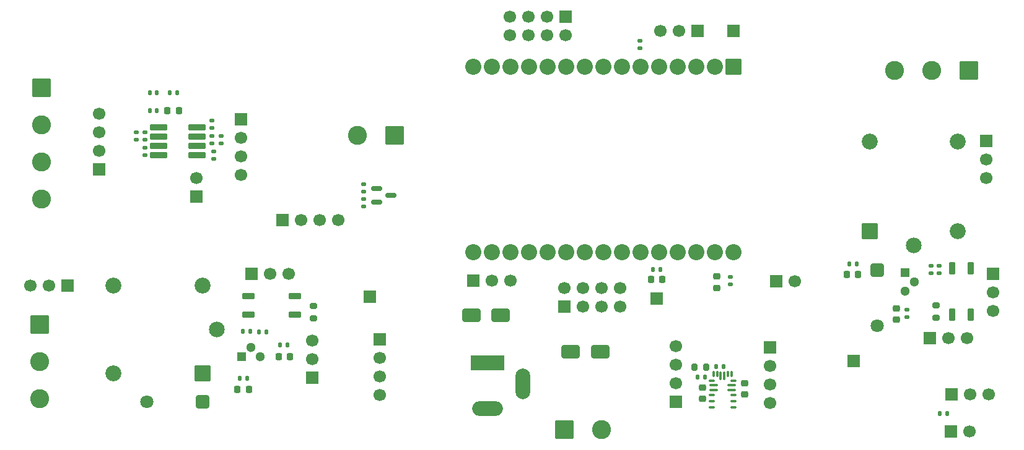
<source format=gbr>
%TF.GenerationSoftware,KiCad,Pcbnew,9.0.7-9.0.7~ubuntu24.04.1*%
%TF.CreationDate,2026-02-19T19:33:50-05:00*%
%TF.ProjectId,plantPartner_PCB1.0,706c616e-7450-4617-9274-6e65725f5043,rev?*%
%TF.SameCoordinates,Original*%
%TF.FileFunction,Soldermask,Top*%
%TF.FilePolarity,Negative*%
%FSLAX46Y46*%
G04 Gerber Fmt 4.6, Leading zero omitted, Abs format (unit mm)*
G04 Created by KiCad (PCBNEW 9.0.7-9.0.7~ubuntu24.04.1) date 2026-02-19 19:33:50*
%MOMM*%
%LPD*%
G01*
G04 APERTURE LIST*
G04 Aperture macros list*
%AMRoundRect*
0 Rectangle with rounded corners*
0 $1 Rounding radius*
0 $2 $3 $4 $5 $6 $7 $8 $9 X,Y pos of 4 corners*
0 Add a 4 corners polygon primitive as box body*
4,1,4,$2,$3,$4,$5,$6,$7,$8,$9,$2,$3,0*
0 Add four circle primitives for the rounded corners*
1,1,$1+$1,$2,$3*
1,1,$1+$1,$4,$5*
1,1,$1+$1,$6,$7*
1,1,$1+$1,$8,$9*
0 Add four rect primitives between the rounded corners*
20,1,$1+$1,$2,$3,$4,$5,0*
20,1,$1+$1,$4,$5,$6,$7,0*
20,1,$1+$1,$6,$7,$8,$9,0*
20,1,$1+$1,$8,$9,$2,$3,0*%
G04 Aperture macros list end*
%ADD10RoundRect,0.225000X0.250000X-0.225000X0.250000X0.225000X-0.250000X0.225000X-0.250000X-0.225000X0*%
%ADD11RoundRect,0.135000X0.185000X-0.135000X0.185000X0.135000X-0.185000X0.135000X-0.185000X-0.135000X0*%
%ADD12R,1.700000X1.700000*%
%ADD13C,1.700000*%
%ADD14RoundRect,0.218750X-0.256250X0.218750X-0.256250X-0.218750X0.256250X-0.218750X0.256250X0.218750X0*%
%ADD15RoundRect,0.218750X-0.218750X-0.256250X0.218750X-0.256250X0.218750X0.256250X-0.218750X0.256250X0*%
%ADD16RoundRect,0.200000X-0.275000X0.200000X-0.275000X-0.200000X0.275000X-0.200000X0.275000X0.200000X0*%
%ADD17RoundRect,0.135000X-0.135000X-0.185000X0.135000X-0.185000X0.135000X0.185000X-0.135000X0.185000X0*%
%ADD18RoundRect,0.250000X-1.050000X1.050000X-1.050000X-1.050000X1.050000X-1.050000X1.050000X1.050000X0*%
%ADD19C,2.600000*%
%ADD20RoundRect,0.250000X-1.000000X-0.650000X1.000000X-0.650000X1.000000X0.650000X-1.000000X0.650000X0*%
%ADD21RoundRect,0.250000X0.650000X0.650000X-0.650000X0.650000X-0.650000X-0.650000X0.650000X-0.650000X0*%
%ADD22C,1.800000*%
%ADD23RoundRect,0.102000X1.104900X-0.304800X1.104900X0.304800X-1.104900X0.304800X-1.104900X-0.304800X0*%
%ADD24RoundRect,0.135000X0.135000X0.185000X-0.135000X0.185000X-0.135000X-0.185000X0.135000X-0.185000X0*%
%ADD25RoundRect,0.102000X0.990000X-0.990000X0.990000X0.990000X-0.990000X0.990000X-0.990000X-0.990000X0*%
%ADD26C,2.184000*%
%ADD27C,2.139000*%
%ADD28RoundRect,0.135000X-0.185000X0.135000X-0.185000X-0.135000X0.185000X-0.135000X0.185000X0.135000X0*%
%ADD29RoundRect,0.218750X0.218750X0.256250X-0.218750X0.256250X-0.218750X-0.256250X0.218750X-0.256250X0*%
%ADD30RoundRect,0.150000X-0.587500X-0.150000X0.587500X-0.150000X0.587500X0.150000X-0.587500X0.150000X0*%
%ADD31RoundRect,0.102000X0.300000X-0.750000X0.300000X0.750000X-0.300000X0.750000X-0.300000X-0.750000X0*%
%ADD32RoundRect,0.200000X0.200000X0.275000X-0.200000X0.275000X-0.200000X-0.275000X0.200000X-0.275000X0*%
%ADD33RoundRect,0.140000X0.140000X0.170000X-0.140000X0.170000X-0.140000X-0.170000X0.140000X-0.170000X0*%
%ADD34RoundRect,0.050800X-0.350000X-0.125000X0.350000X-0.125000X0.350000X0.125000X-0.350000X0.125000X0*%
%ADD35RoundRect,0.050800X-0.550000X-0.125000X0.550000X-0.125000X0.550000X0.125000X-0.550000X0.125000X0*%
%ADD36RoundRect,0.050800X0.125000X-0.350000X0.125000X0.350000X-0.125000X0.350000X-0.125000X-0.350000X0*%
%ADD37RoundRect,0.050800X0.125000X-0.550000X0.125000X0.550000X-0.125000X0.550000X-0.125000X-0.550000X0*%
%ADD38RoundRect,0.250000X-1.050000X-1.050000X1.050000X-1.050000X1.050000X1.050000X-1.050000X1.050000X0*%
%ADD39RoundRect,0.102000X-1.000000X1.000000X-1.000000X-1.000000X1.000000X-1.000000X1.000000X1.000000X0*%
%ADD40C,2.204000*%
%ADD41RoundRect,0.250000X-0.650000X0.650000X-0.650000X-0.650000X0.650000X-0.650000X0.650000X0.650000X0*%
%ADD42RoundRect,0.102000X0.990000X0.990000X-0.990000X0.990000X-0.990000X-0.990000X0.990000X-0.990000X0*%
%ADD43R,1.300000X1.300000*%
%ADD44C,1.300000*%
%ADD45RoundRect,0.250000X1.050000X1.050000X-1.050000X1.050000X-1.050000X-1.050000X1.050000X-1.050000X0*%
%ADD46R,4.600000X2.000000*%
%ADD47O,4.200000X2.000000*%
%ADD48O,2.000000X4.200000*%
%ADD49RoundRect,0.102000X0.750000X0.300000X-0.750000X0.300000X-0.750000X-0.300000X0.750000X-0.300000X0*%
%ADD50RoundRect,0.225000X-0.250000X0.225000X-0.250000X-0.225000X0.250000X-0.225000X0.250000X0.225000X0*%
G04 APERTURE END LIST*
D10*
%TO.C,C1*%
X186550000Y-108750000D03*
X186550000Y-107200000D03*
%TD*%
D11*
%TO.C,R19*%
X213150000Y-92150000D03*
X213150000Y-91130000D03*
%TD*%
D12*
%TO.C,J20*%
X161955000Y-96750000D03*
D13*
X161955000Y-94210000D03*
X164495000Y-96750000D03*
X164495000Y-94210000D03*
X167035000Y-96750000D03*
X167035000Y-94210000D03*
X169575000Y-96750000D03*
X169575000Y-94210000D03*
%TD*%
D14*
%TO.C,D11*%
X182800000Y-92585000D03*
X182800000Y-94160000D03*
%TD*%
D15*
%TO.C,D3*%
X117225000Y-108050000D03*
X118800000Y-108050000D03*
%TD*%
D16*
%TO.C,R13*%
X127650000Y-96680000D03*
X127650000Y-98330000D03*
%TD*%
D17*
%TO.C,R22*%
X174030000Y-91650000D03*
X175050000Y-91650000D03*
%TD*%
D12*
%TO.C,J1*%
X177160000Y-109760000D03*
D13*
X177160000Y-107220000D03*
X177160000Y-104680000D03*
X177160000Y-102140000D03*
%TD*%
D14*
%TO.C,D5*%
X207310000Y-96947500D03*
X207310000Y-98522500D03*
%TD*%
D11*
%TO.C,R5*%
X115000000Y-74360000D03*
X115000000Y-73340000D03*
%TD*%
D18*
%TO.C,J4*%
X90510000Y-66750000D03*
D19*
X90510000Y-71830000D03*
X90510000Y-76910000D03*
X90510000Y-81990000D03*
%TD*%
D11*
%TO.C,R6*%
X113800000Y-74365000D03*
X113800000Y-73345000D03*
%TD*%
D12*
%TO.C,J16*%
X190060000Y-102280000D03*
D13*
X190060000Y-104820000D03*
X190060000Y-107360000D03*
X190060000Y-109900000D03*
%TD*%
D20*
%TO.C,D8*%
X149250000Y-97922500D03*
X153250000Y-97922500D03*
%TD*%
D12*
%TO.C,J11*%
X111615000Y-81675000D03*
D13*
X111615000Y-79135000D03*
%TD*%
D11*
%TO.C,R11*%
X104598800Y-73870000D03*
X104598800Y-72850000D03*
%TD*%
D20*
%TO.C,D9*%
X162815000Y-102872500D03*
X166815000Y-102872500D03*
%TD*%
D12*
%TO.C,J8*%
X162105000Y-57050000D03*
D13*
X162105000Y-59590000D03*
X159565000Y-57050000D03*
X159565000Y-59590000D03*
X157025000Y-57050000D03*
X157025000Y-59590000D03*
X154485000Y-57050000D03*
X154485000Y-59590000D03*
%TD*%
D12*
%TO.C,J27*%
X135365000Y-95350000D03*
%TD*%
%TO.C,J22*%
X136686250Y-101180000D03*
D13*
X136686250Y-103720000D03*
X136686250Y-106260000D03*
X136686250Y-108800000D03*
%TD*%
D21*
%TO.C,D4*%
X112475000Y-109750000D03*
D22*
X104855000Y-109750000D03*
%TD*%
D12*
%TO.C,J29*%
X190920000Y-93250000D03*
D13*
X193460000Y-93250000D03*
%TD*%
D23*
%TO.C,U2*%
X111715000Y-75970000D03*
X111715000Y-74700000D03*
X111715000Y-73430000D03*
X111715000Y-72160000D03*
X106482600Y-72160000D03*
X106482600Y-73430000D03*
X106482600Y-74700000D03*
X106482600Y-75970000D03*
%TD*%
D12*
%TO.C,J3*%
X98315000Y-77920000D03*
D13*
X98315000Y-75380000D03*
X98315000Y-72840000D03*
X98315000Y-70300000D03*
%TD*%
D15*
%TO.C,D1*%
X107682500Y-69900000D03*
X109257500Y-69900000D03*
%TD*%
D12*
%TO.C,J26*%
X201510000Y-104160000D03*
%TD*%
D24*
%TO.C,R24*%
X214270000Y-111350000D03*
X213250000Y-111350000D03*
%TD*%
D17*
%TO.C,R15*%
X117950000Y-100150000D03*
X118970000Y-100150000D03*
%TD*%
D25*
%TO.C,K2*%
X203710000Y-86360000D03*
D26*
X215710000Y-86360000D03*
D27*
X209710000Y-88360000D03*
D26*
X203710000Y-74160000D03*
X215710000Y-74160000D03*
%TD*%
D28*
%TO.C,R7*%
X113750000Y-71210000D03*
X113750000Y-72230000D03*
%TD*%
D12*
%TO.C,J2*%
X117750000Y-71070000D03*
D13*
X117750000Y-73610000D03*
X117750000Y-76150000D03*
X117750000Y-78690000D03*
%TD*%
D11*
%TO.C,R23*%
X172250000Y-61370000D03*
X172250000Y-60350000D03*
%TD*%
D29*
%TO.C,D2*%
X124450000Y-103580000D03*
X122875000Y-103580000D03*
%TD*%
D12*
%TO.C,J5*%
X214785000Y-113850000D03*
D13*
X217325000Y-113850000D03*
%TD*%
D30*
%TO.C,Q4*%
X136312500Y-80550000D03*
X136312500Y-82450000D03*
X138187500Y-81500000D03*
%TD*%
D29*
%TO.C,D6*%
X202100000Y-92300000D03*
X200525000Y-92300000D03*
%TD*%
D28*
%TO.C,R9*%
X104648800Y-74955000D03*
X104648800Y-75975000D03*
%TD*%
D12*
%TO.C,J24*%
X180100000Y-58950000D03*
D13*
X177560000Y-58950000D03*
X175020000Y-58950000D03*
%TD*%
D31*
%TO.C,U4*%
X214910000Y-97809999D03*
X217450000Y-97809999D03*
X217450000Y-91459999D03*
X214910000Y-91459999D03*
%TD*%
D12*
%TO.C,J9*%
X220550000Y-92260000D03*
D13*
X220550000Y-94800000D03*
X220550000Y-97340000D03*
%TD*%
D11*
%TO.C,R10*%
X103400000Y-73870000D03*
X103400000Y-72850000D03*
%TD*%
D32*
%TO.C,R3*%
X181350000Y-105000000D03*
X179700000Y-105000000D03*
%TD*%
D12*
%TO.C,J25*%
X149525000Y-93150000D03*
D13*
X152065000Y-93150000D03*
X154605000Y-93150000D03*
%TD*%
D16*
%TO.C,R18*%
X212710000Y-96580000D03*
X212710000Y-98230000D03*
%TD*%
D12*
%TO.C,J14*%
X127500000Y-106440000D03*
D13*
X127500000Y-103900000D03*
X127500000Y-101360000D03*
%TD*%
D12*
%TO.C,J12*%
X211910000Y-101060000D03*
D13*
X214450000Y-101060000D03*
X216990000Y-101060000D03*
%TD*%
D12*
%TO.C,J17*%
X214820000Y-108750000D03*
D13*
X217360000Y-108750000D03*
X219900000Y-108750000D03*
%TD*%
D12*
%TO.C,J21*%
X123420000Y-84900000D03*
D13*
X125960000Y-84900000D03*
X128500000Y-84900000D03*
X131040000Y-84900000D03*
%TD*%
D18*
%TO.C,J6*%
X90192500Y-99165000D03*
D19*
X90192500Y-104245000D03*
X90192500Y-109325000D03*
%TD*%
D33*
%TO.C,C4*%
X106260000Y-67400000D03*
X105300000Y-67400000D03*
%TD*%
D12*
%TO.C,J7*%
X119165000Y-92250000D03*
D13*
X121705000Y-92250000D03*
X124245000Y-92250000D03*
%TD*%
D28*
%TO.C,R4*%
X114000000Y-75490000D03*
X114000000Y-76510000D03*
%TD*%
D34*
%TO.C,IC1*%
X182110000Y-106870000D03*
D35*
X182310000Y-107520000D03*
X182310000Y-108170000D03*
D34*
X182110000Y-108820000D03*
X182110000Y-109670000D03*
X182110000Y-110520000D03*
X185010000Y-110520000D03*
X185010000Y-109670000D03*
X185010000Y-108820000D03*
D35*
X184810000Y-108170000D03*
X184810000Y-107520000D03*
D34*
X185010000Y-106870000D03*
D36*
X184810000Y-105970000D03*
X184310000Y-105970000D03*
D37*
X183810000Y-106170000D03*
X183310000Y-106170000D03*
D36*
X182810000Y-105970000D03*
X182310000Y-105970000D03*
%TD*%
D38*
%TO.C,J18*%
X161965000Y-113600000D03*
D19*
X167045000Y-113600000D03*
%TD*%
D12*
%TO.C,J28*%
X185010000Y-59000000D03*
%TD*%
D24*
%TO.C,R1*%
X183710000Y-104900000D03*
X182690000Y-104900000D03*
%TD*%
D39*
%TO.C,U3*%
X185080000Y-63850000D03*
D40*
X182540000Y-63850000D03*
X180000000Y-63850000D03*
X177460000Y-63850000D03*
X174920000Y-63850000D03*
X172380000Y-63850000D03*
X169840000Y-63850000D03*
X167300000Y-63850000D03*
X164760000Y-63850000D03*
X162220000Y-63850000D03*
X159680000Y-63850000D03*
X157140000Y-63850000D03*
X154600000Y-63850000D03*
X152060000Y-63850000D03*
X149520000Y-63850000D03*
X149520000Y-89250000D03*
X152060000Y-89250000D03*
X154600000Y-89250000D03*
X157140000Y-89250000D03*
X159680000Y-89250000D03*
X162220000Y-89250000D03*
X164760000Y-89250000D03*
X167300000Y-89250000D03*
X169840000Y-89250000D03*
X172380000Y-89250000D03*
X174920000Y-89250000D03*
X177460000Y-89250000D03*
X180000000Y-89250000D03*
X182540000Y-89250000D03*
X185080000Y-89250000D03*
%TD*%
D17*
%TO.C,R16*%
X117530000Y-106550000D03*
X118550000Y-106550000D03*
%TD*%
D41*
%TO.C,D7*%
X204710000Y-91734999D03*
D22*
X204710000Y-99354999D03*
%TD*%
D28*
%TO.C,R17*%
X208750000Y-97130000D03*
X208750000Y-98150000D03*
%TD*%
D42*
%TO.C,K1*%
X112465000Y-105850000D03*
D26*
X112465000Y-93850000D03*
D27*
X114465000Y-99850000D03*
D26*
X100265000Y-105850000D03*
X100265000Y-93850000D03*
%TD*%
D12*
%TO.C,J15*%
X94065000Y-93850000D03*
D13*
X91525000Y-93850000D03*
X88985000Y-93850000D03*
%TD*%
D29*
%TO.C,D10*%
X175325000Y-93000000D03*
X173750000Y-93000000D03*
%TD*%
D12*
%TO.C,J13*%
X219610000Y-74060000D03*
D13*
X219610000Y-76600000D03*
X219610000Y-79140000D03*
%TD*%
D28*
%TO.C,R27*%
X134500000Y-81990000D03*
X134500000Y-83010000D03*
%TD*%
D43*
%TO.C,Q1*%
X117825000Y-103550000D03*
D44*
X119095000Y-102280000D03*
X120365000Y-103550000D03*
%TD*%
D28*
%TO.C,R25*%
X134500000Y-79990000D03*
X134500000Y-81010000D03*
%TD*%
%TO.C,R20*%
X212050000Y-91140000D03*
X212050000Y-92160000D03*
%TD*%
%TO.C,R26*%
X184650000Y-92690000D03*
X184650000Y-93710000D03*
%TD*%
D12*
%TO.C,J23*%
X174565000Y-95650000D03*
%TD*%
D24*
%TO.C,R21*%
X201870000Y-90900000D03*
X200850000Y-90900000D03*
%TD*%
D45*
%TO.C,J10*%
X217260000Y-64400000D03*
D19*
X212180000Y-64400000D03*
X207100000Y-64400000D03*
%TD*%
D45*
%TO.C,J30*%
X138700000Y-73250000D03*
D19*
X133620000Y-73250000D03*
%TD*%
D17*
%TO.C,R8*%
X107980000Y-67400000D03*
X109000000Y-67400000D03*
%TD*%
D33*
%TO.C,C3*%
X106260000Y-69900000D03*
X105300000Y-69900000D03*
%TD*%
D46*
%TO.C,J19*%
X151450000Y-104400000D03*
D47*
X151450000Y-110700000D03*
D48*
X156250000Y-107300000D03*
%TD*%
D17*
%TO.C,R2*%
X180150000Y-106400000D03*
X181170000Y-106400000D03*
%TD*%
D24*
%TO.C,R14*%
X121200000Y-100200000D03*
X120180000Y-100200000D03*
%TD*%
D49*
%TO.C,U1*%
X125068000Y-97820000D03*
X125068000Y-95280000D03*
X118718000Y-95280000D03*
X118718000Y-97820000D03*
%TD*%
D24*
%TO.C,R12*%
X124050000Y-102000000D03*
X123030000Y-102000000D03*
%TD*%
D43*
%TO.C,Q2*%
X208540000Y-92064999D03*
D44*
X209810000Y-93334999D03*
X208540000Y-94604999D03*
%TD*%
D50*
%TO.C,C2*%
X180850000Y-107825000D03*
X180850000Y-109375000D03*
%TD*%
M02*

</source>
